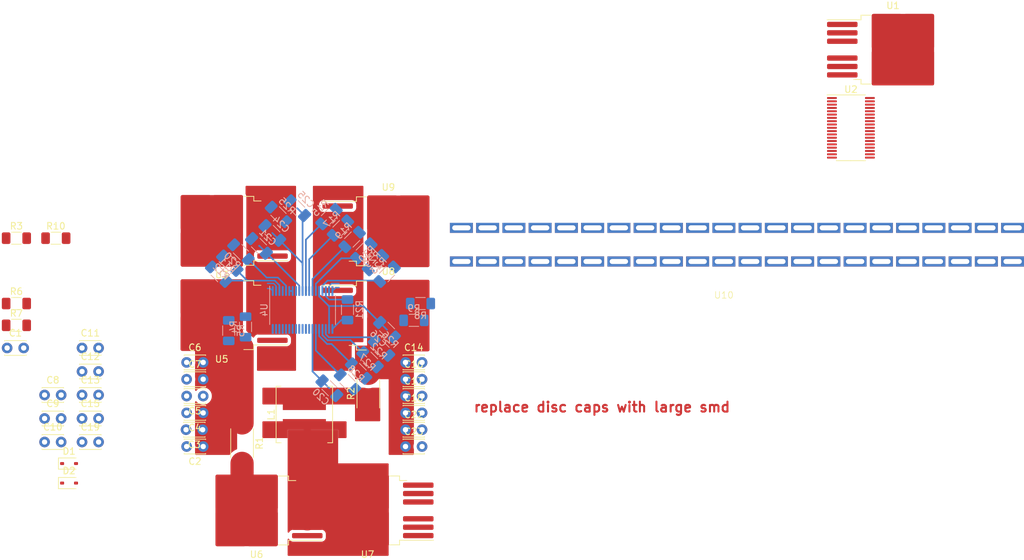
<source format=kicad_pcb>
(kicad_pcb (version 20221018) (generator pcbnew)
  (layers (0 "F.Cu" signal) (31 "B.Cu" signal) (34 "B.Paste" user) (35 "F.Paste" user) (36 "B.SilkS" user "B.Silkscreen") (37 "F.SilkS" user "F.Silkscreen") (38 "B.Mask" user) (39 "F.Mask" user) (44 "Edge.Cuts" user))
  (net 0 "")
  (net 1 "BUCK_INPUT")
  (net 2 "GND")
  (net 3 "/LT8228_BUCK/V1D")
  (net 4 "Net-(C8-Pad1)")
  (net 5 "/LT8228_BUCK/POST_RSNS1")
  (net 6 "/LT8228_BUCK/BST")
  (net 7 "/LT8228_BUCK/SW")
  (net 8 "/LT8228_BUCK/DRVCC")
  (net 9 "Net-(C12-Pad1)")
  (net 10 "/LT8228_BUCK/ISET1P")
  (net 11 "/LT8228_BUCK/ISET2P")
  (net 12 "/LT8228_BUCK/ISHARE")
  (net 13 "/LT8228_BUCK/TMR")
  (net 14 "/LT8228_BUCK/SS")
  (net 15 "/LT8228_BUCK/VC2")
  (net 16 "Net-(C24-Pad2)")
  (net 17 "/LT8228_BUCK/INTVCC")
  (net 18 "/LT8228_BUCK/DS1")
  (net 19 "/LT8228_BUCK/DG1")
  (net 20 "/LT8228_BUCK/PRE_RSNS2")
  (net 21 "/LT8228_BUCK/POST_RSNS2")
  (net 22 "/LT8228_BUCK/SNS1P")
  (net 23 "/LT8228_BUCK/SNS1N")
  (net 24 "/LT8228_BUCK/TG")
  (net 25 "Net-(R6-Pad2)")
  (net 26 "/LT8228_BUCK/BG")
  (net 27 "Net-(R7-Pad2)")
  (net 28 "/LT8228_BUCK/DG2")
  (net 29 "/LT8228_BUCK/UV1")
  (net 30 "/LT8228_BUCK/IMON2")
  (net 31 "/LT8228_BUCK/IMON1")
  (net 32 "/LT8228_BUCK/IGND")
  (net 33 "/LT8228_BUCK/SYNC")
  (net 34 "/LT8228_BUCK/RT")
  (net 36 "/LT8228_BUCK/DRXN")
  (net 38 "/LT8228_BUCK/~FAULT")
  (net 40 "/LT8228_BUCK/~REPORT")
  (net 41 "/LT8228_BUCK/FB2")
  (net 43 "Net-(U1-Pad2)")
  (net 45 "/LT8228_BOOST/SNS1P")
  (net 46 "/LT8228_BOOST/SNS1N")
  (net 47 "/LT8228_BOOST/UV1")
  (net 48 "/LT8228_BOOST/FB1")
  (net 49 "/LT8228_BOOST/IMON1")
  (net 50 "/LT8228_BOOST/ISET1N")
  (net 51 "/LT8228_BOOST/ISET2N")
  (net 52 "/LT8228_BOOST/VC1")
  (net 53 "/LT8228_BOOST/SS")
  (net 54 "/LT8228_BOOST/VC2")
  (net 55 "/LT8228_BOOST/ISET1P")
  (net 56 "/LT8228_BOOST/ISET2P")
  (net 57 "/LT8228_BOOST/IMON2")
  (net 58 "/LT8228_BOOST/FB2")
  (net 59 "/LT8228_BOOST/UV2")
  (net 60 "/LT8228_BOOST/RT")
  (net 61 "/LT8228_BOOST/ISHARE")
  (net 62 "/LT8228_BOOST/SNS2P")
  (net 63 "/LT8228_BOOST/SNS2N")
  (net 64 "/LT8228_BOOST/IGND")
  (net 65 "/LT8228_BOOST/INTVCC")
  (net 66 "/LT8228_BOOST/DRXN")
  (net 67 "/LT8228_BOOST/SYNC")
  (net 68 "/LT8228_BOOST/~FAULT")
  (net 69 "/LT8228_BOOST/~REPORT")
  (net 70 "/LT8228_BOOST/TMR")
  (net 71 "/LT8228_BOOST/BG")
  (net 72 "/LT8228_BOOST/DRVCC")
  (net 73 "/LT8228_BOOST/BIAS")
  (net 74 "/LT8228_BOOST/SW")
  (net 75 "/LT8228_BOOST/TG")
  (net 76 "/LT8228_BOOST/BST")
  (net 77 "/LT8228_BOOST/ENABLE")
  (net 78 "/LT8228_BOOST/DS2")
  (net 79 "/LT8228_BOOST/DG2")
  (net 80 "/LT8228_BOOST/V1D")
  (net 81 "/LT8228_BOOST/DS1")
  (net 82 "/LT8228_BOOST/DG1")
  (net 83 "/LT8228_BUCK/VC1")
  (net 84 "/LT8228_BUCK/SNS2P")
  (net 85 "/LT8228_BUCK/SNS2N")
  (net 86 "/LT8228_BUCK/BIAS")
  (net 87 "/LT8228_BUCK/ENABLE")
  (net 88 "/LT8228_BUCK/DS2")
  (net 89 "BUCK_OUTPUT")
  (footprint "Resistor_SMD:R_2512_6332Metric_Pad1.40x3.35mm_HandSolder" (layer "F.Cu") (at 58.528 67.056 -90)
    (fp_text reference "R1")
    (fp_text value "R")
  )
  (footprint "Capacitor_THT:C_Disc_D3.0mm_W2.0mm_P2.50mm" (layer "F.Cu") (at 28.735 66.884)
    (fp_text reference "C10")
    (fp_text value "C")
  )
  (footprint "Resistor_SMD:R_1206_3216Metric_Pad1.30x1.75mm_HandSolder" (layer "F.Cu") (at 24.485 49.264)
    (fp_text reference "R7")
    (fp_text value "R")
  )
  (footprint "Package_TO_SOT_SMD:TO-263-6" (layer "F.Cu") (at 60.717 77.216 180)
    (fp_text reference "U6")
    (fp_text value "~")
  )
  (footprint "Capacitor_THT:C_Disc_D3.0mm_W2.0mm_P2.50mm" (layer "F.Cu") (at 28.735 59.784)
    (fp_text reference "C8")
    (fp_text value "C")
  )
  (footprint "Capacitor_THT:C_Disc_D3.0mm_W2.0mm_P2.50mm" (layer "F.Cu") (at 52.665 59.944 180)
    (fp_text reference "C5")
    (fp_text value "C")
  )
  (footprint "Package_TO_SOT_SMD:TO-263-6" (layer "F.Cu") (at 55.472312 34.99934 180)
    (fp_text reference "U3")
    (fp_text value "~")
  )
  (footprint "Capacitor_THT:C_Disc_D3.0mm_W2.0mm_P2.50mm" (layer "F.Cu") (at 83.185 65.024)
    (fp_text reference "C22")
    (fp_text value "C")
  )
  (footprint "Package_TO_SOT_SMD:TO-263-6" (layer "F.Cu") (at 77.46216 77.20649 180)
    (fp_text reference "U7")
    (fp_text value "~")
  )
  (footprint "AudioJacks:50-44A-30" (layer "F.Cu") (at 91.615 44.704)
    (fp_text reference "U10")
    (fp_text value "~")
  )
  (footprint "Capacitor_THT:C_Disc_D3.0mm_W2.0mm_P2.50mm" (layer "F.Cu") (at 50.165 54.864)
    (fp_text reference "C6")
    (fp_text value "C")
  )
  (footprint "Resistor_SMD:R_1206_3216Metric_Pad1.30x1.75mm_HandSolder" (layer "F.Cu") (at 24.485 36.104)
    (fp_text reference "R3")
    (fp_text value "R")
  )
  (footprint "Capacitor_THT:C_Disc_D3.0mm_W2.0mm_P2.50mm" (layer "F.Cu") (at 34.385 52.684)
    (fp_text reference "C11")
    (fp_text value "C")
  )
  (footprint "Package_TO_SOT_SMD:TO-263-6" (layer "F.Cu") (at 80.602045 47.788444)
    (fp_text reference "U8")
    (fp_text value "~")
  )
  (footprint "Capacitor_THT:C_Disc_D3.0mm_W2.0mm_P2.50mm" (layer "F.Cu") (at 83.185 59.944)
    (fp_text reference "C17")
    (fp_text value "C")
  )
  (footprint "Capacitor_THT:C_Disc_D3.0mm_W2.0mm_P2.50mm" (layer "F.Cu") (at 83.185 67.564)
    (fp_text reference "C23")
    (fp_text value "C")
  )
  (footprint "Capacitor_THT:C_Disc_D3.0mm_W2.0mm_P2.50mm" (layer "F.Cu") (at 83.185 62.484)
    (fp_text reference "C18")
    (fp_text value "C")
  )
  (footprint "Capacitor_THT:C_Disc_D3.0mm_W2.0mm_P2.50mm" (layer "F.Cu") (at 83.185 57.404)
    (fp_text reference "C16")
    (fp_text value "C")
  )
  (footprint "Package_TO_SOT_SMD:TO-263-6" (layer "F.Cu") (at 55.45581 47.719885 180)
    (fp_text reference "U5")
    (fp_text value "~")
  )
  (footprint "Capacitor_THT:C_Disc_D3.0mm_W2.0mm_P2.50mm" (layer "F.Cu") (at 34.385 63.334)
    (fp_text reference "C15")
    (fp_text value "C")
  )
  (footprint "Diode_SMD:D_SOD-323" (layer "F.Cu") (at 32.43 70.134)
    (fp_text reference "D1")
    (fp_text value "D_TVS")
  )
  (footprint "Capacitor_THT:C_Disc_D3.0mm_W2.0mm_P2.50mm" (layer "F.Cu") (at 50.165 57.404)
    (fp_text reference "C7")
    (fp_text value "C")
  )
  (footprint "Diode_SMD:D_SOD-323" (layer "F.Cu") (at 32.43 73.084)
    (fp_text reference "D2")
    (fp_text value "D")
  )
  (footprint "Capacitor_THT:C_Disc_D3.0mm_W2.0mm_P2.50mm" (layer "F.Cu") (at 52.665 67.564 180)
    (fp_text reference "C2")
    (fp_text value "C")
  )
  (footprint "Capacitor_THT:C_Disc_D3.0mm_W2.0mm_P2.50mm" (layer "F.Cu") (at 34.385 66.884)
    (fp_text reference "C19")
    (fp_text value "C")
  )
  (footprint "Package_SO:TSSOP-38_4.4x9.7mm_P0.5mm" (layer "F.Cu") (at 150.38 19.439)
    (fp_text reference "U2")
    (fp_text value "~")
  )
  (footprint "Capacitor_THT:C_Disc_D3.0mm_W2.0mm_P2.50mm" (layer "F.Cu") (at 23.085 52.684)
    (fp_text reference "C1")
    (fp_text value "C")
  )
  (footprint "Capacitor_THT:C_Disc_D3.0mm_W2.0mm_P2.50mm" (layer "F.Cu") (at 34.385 59.784)
    (fp_text reference "C13")
    (fp_text value "C")
  )
  (footprint "Capacitor_THT:C_Disc_D3.0mm_W2.0mm_P2.50mm" (layer "F.Cu") (at 83.185 54.864)
    (fp_text reference "C14")
    (fp_text value "C")
  )
  (footprint "Resistor_SMD:R_1206_3216Metric_Pad1.30x1.75mm_HandSolder" (layer "F.Cu") (at 30.435 36.104)
    (fp_text reference "R10")
    (fp_text value "R")
  )
  (footprint "Capacitor_THT:C_Disc_D3.0mm_W2.0mm_P2.50mm" (layer "F.Cu") (at 52.665 62.484 180)
    (fp_text reference "C4")
    (fp_text value "C")
  )
  (footprint "Capacitor_THT:C_Disc_D3.0mm_W2.0mm_P2.50mm" (layer "F.Cu") (at 28.735 63.334)
    (fp_text reference "C9")
    (fp_text value "C")
  )
  (footprint "Resistor_SMD:R_1206_3216Metric_Pad1.30x1.75mm_HandSolder" (layer "F.Cu") (at 24.485 45.974)
    (fp_text reference "R6")
    (fp_text value "R")
  )
  (footprint "Inductor_SMD:L_Coilcraft_XAL7030-472" (layer "F.Cu") (at 67.926 62.738 90)
    (fp_text reference "L1")
    (fp_text value "L")
  )
  (footprint "Capacitor_THT:C_Disc_D3.0mm_W2.0mm_P2.50mm" (layer "F.Cu") (at 34.385 56.234)
    (fp_text reference "C12")
    (fp_text value "C")
  )
  (footprint "Resistor_SMD:R_2512_6332Metric_Pad1.40x3.35mm_HandSolder" (layer "F.Cu") (at 77.578 59.563 90)
    (fp_text reference "R2")
    (fp_text value "R")
  )
  (footprint "Package_TO_SOT_SMD:TO-263-6" (layer "F.Cu") (at 156.73 7.639)
    (fp_text reference "U1")
    (fp_text value "~")
  )
  (footprint "Capacitor_THT:C_Disc_D3.0mm_W2.0mm_P2.50mm" (layer "F.Cu") (at 52.577 65.024 180)
    (fp_text reference "C3")
    (fp_text value "C")
  )
  (footprint "Package_TO_SOT_SMD:TO-263-6" (layer "F.Cu") (at 80.602045 35.063509)
    (fp_text reference "U9")
    (fp_text value "~")
  )
  (footprint "Capacitor_SMD:C_1206_3216Metric_Pad1.33x1.80mm_HandSolder" (layer "B.Cu") (at 66.858024 31.57842 135)
    (fp_text reference "C25")
    (fp_text value "C")
  )
  (footprint "Resistor_SMD:R_1206_3216Metric_Pad1.30x1.75mm_HandSolder" (layer "B.Cu") (at 79.572997 52.725123 135)
    (fp_text reference "R26")
    (fp_text value "R")
  )
  (footprint "Resistor_SMD:R_1206_3216Metric_Pad1.30x1.75mm_HandSolder" (layer "B.Cu") (at 58.357731 38.198856 -45)
    (fp_text reference "R20")
    (fp_text value "R")
  )
  (footprint "Capacitor_SMD:C_1206_3216Metric_Pad1.33x1.80mm_HandSolder" (layer "B.Cu") (at 80.397796 49.933844 -45)
    (fp_text reference "C26")
    (fp_text value "C")
  )
  (footprint "Resistor_SMD:R_1206_3216Metric_Pad1.30x1.75mm_HandSolder" (layer "B.Cu") (at 77.840919 54.457201 135)
    (fp_text reference "R22")
    (fp_text value "R")
  )
  (footprint "Resistor_SMD:R_1206_3216Metric_Pad1.30x1.75mm_HandSolder" (layer "B.Cu") (at 56.515 50.064 90)
    (fp_text reference "R5")
    (fp_text value "R")
  )
  (footprint "Resistor_SMD:R_1206_3216Metric_Pad1.30x1.75mm_HandSolder" (layer "B.Cu") (at 76.893078 38.039345 45)
    (fp_text reference "R29")
    (fp_text value "R")
  )
  (footprint "Resistor_SMD:R_1206_3216Metric_Pad1.30x1.75mm_HandSolder" (layer "B.Cu") (at 84.455 48.514 180)
    (fp_text reference "R9")
    (fp_text value "R")
  )
  (footprint "Package_SO:TSSOP-38_4.4x9.7mm_P0.5mm" (layer "B.Cu") (at 67.657796 46.944111 -90)
    (fp_text reference "U4")
    (fp_text value "~")
  )
  (footprint "Resistor_SMD:R_1206_3216Metric_Pad1.30x1.75mm_HandSolder" (layer "B.Cu") (at 74.43175 46.924037 90)
    (fp_text reference "R21")
    (fp_text value "R")
  )
  (footprint "Resistor_SMD:R_1206_3216Metric_Pad1.30x1.75mm_HandSolder" (layer "B.Cu") (at 54.997796 41.541611 135)
    (fp_text reference "R11")
    (fp_text value "R")
  )
  (footprint "Resistor_SMD:R_1206_3216Metric_Pad1.30x1.75mm_HandSolder" (layer "B.Cu") (at 71.641858 32.843111 -135)
    (fp_text reference "R15")
    (fp_text value "R")
  )
  (footprint "Capacitor_SMD:C_1206_3216Metric_Pad1.33x1.80mm_HandSolder" (layer "B.Cu") (at 71.701717 58.765453 -45)
    (fp_text reference "C20")
    (fp_text value "C")
  )
  (footprint "Resistor_SMD:R_1206_3216Metric_Pad1.30x1.75mm_HandSolder" (layer "B.Cu") (at 74.43175 57.838877 135)
    (fp_text reference "R28")
    (fp_text value "R")
  )
  (footprint "Resistor_SMD:R_1206_3216Metric_Pad1.30x1.75mm_HandSolder" (layer "B.Cu") (at 78.652649 39.798916 -135)
    (fp_text reference "R30")
    (fp_text value "R")
  )
  (footprint "Resistor_SMD:R_1206_3216Metric_Pad1.30x1.75mm_HandSolder" (layer "B.Cu") (at 80.397796 41.541611 -135)
    (fp_text reference "R23")
    (fp_text value "R")
  )
  (footprint "Capacitor_SMD:C_1206_3216Metric_Pad1.33x1.80mm_HandSolder" (layer "B.Cu") (at 63.091442 35.317508 135)
    (fp_text reference "C24")
    (fp_text value "C")
  )
  (footprint "Resistor_SMD:R_1206_3216Metric_Pad1.30x1.75mm_HandSolder" (layer "B.Cu") (at 56.675905 39.881396 -45)
    (fp_text reference "R12")
    (fp_text value "R")
  )
  (footprint "Resistor_SMD:R_1206_3216Metric_Pad1.30x1.75mm_HandSolder" (layer "B.Cu") (at 64.022498 32.509476 135)
    (fp_text reference "R25")
    (fp_text value "R")
  )
  (footprint "Resistor_SMD:R_1206_3216Metric_Pad1.30x1.75mm_HandSolder" (layer "B.Cu") (at 59.055 49.504 -90)
    (fp_text reference "R4")
    (fp_text value "R")
  )
  (footprint "Resistor_SMD:R_1206_3216Metric_Pad1.30x1.75mm_HandSolder" (layer "B.Cu") (at 85.445 45.974)
    (fp_text reference "R8")
    (fp_text value "R")
  )
  (footprint "Resistor_SMD:R_1206_3216Metric_Pad1.30x1.75mm_HandSolder" (layer "B.Cu") (at 76.108841 56.161785 135)
    (fp_text reference "R27")
    (fp_text value "R")
  )
  (footprint "Capacitor_SMD:C_1206_3216Metric_Pad1.33x1.80mm_HandSolder" (layer "B.Cu") (at 61.084431 37.269533 135)
    (fp_text reference "C21")
    (fp_text value "C")
  )
  (footprint "Resistor_SMD:R_1206_3216Metric_Pad1.30x1.75mm_HandSolder" (layer "B.Cu") (at 75.133507 36.307267 -135)
    (fp_text reference "R19")
    (fp_text value "R")
  )
  (footprint "Resistor_SMD:R_1206_3216Metric_Pad1.30x1.75mm_HandSolder" (layer "B.Cu") (at 73.373936 34.575189 -135)
    (fp_text reference "R17")
    (fp_text value "R")
  )
  (gr_text "replace disc caps with large smd\n" (at 93.345 62.484) (layer "F.Cu") (effects (font (size 1.5 1.5) (thickness 0.3) bold) (justify left bottom)))
  (segment (start 66.157796 44.081611) (end 65.657796 44.081611) (width 0.25) (layer "B.Cu") (net 2))
  (segment (start 58.528 52.642075) (end 58.528 64.006) (width 3.5) (layer "F.Cu") (net 3))
  (segment (start 56.38081 50.494885) (end 58.528 52.642075) (width 3.5) (layer "F.Cu") (net 3))
  (segment (start 58.528 70.106) (end 58.528 72.705) (width 3.5) (layer "F.Cu") (net 5))
  (segment (start 58.528 72.705) (end 56.792 74.441) (width 3.5) (layer "F.Cu") (net 5))
  (segment (start 68.367 73.406) (end 68.367 66.716) (width 3.5) (layer "F.Cu") (net 7))
  (segment (start 68.367 78.486) (end 68.367 74.676) (width 3.5) (layer "F.Cu") (net 7))
  (segment (start 68.157796 44.081611) (end 68.157796 36.327173) (width 0.25) (layer "B.Cu") (net 10))
  (segment (start 68.157796 36.327173) (end 70.545842 33.939127) (width 0.25) (layer "B.Cu") (net 10))
  (segment (start 68.657796 39.291329) (end 72.27792 35.671205) (width 0.25) (layer "B.Cu") (net 11))
  (segment (start 68.657796 44.081611) (end 68.657796 39.291329) (width 0.25) (layer "B.Cu") (net 11))
  (segment (start 71.157796 44.081611) (end 71.157796 44.884796) (width 0.25) (layer "B.Cu") (net 12))
  (segment (start 71.647037 45.374037) (end 74.43175 45.374037) (width 0.25) (layer "B.Cu") (net 12))
  (segment (start 71.157796 44.884796) (end 71.647037 45.374037) (width 0.25) (layer "B.Cu") (net 12))
  (segment (start 69.157796 56.221532) (end 71.701717 58.765453) (width 0.25) (layer "B.Cu") (net 13))
  (segment (start 69.157796 49.806611) (end 69.157796 56.221532) (width 0.25) (layer "B.Cu") (net 13))
  (segment (start 67.157796 44.081611) (end 67.157796 43.278426) (width 0.25) (layer "B.Cu") (net 14))
  (segment (start 67.157796 43.278426) (end 61.148903 37.269533) (width 0.25) (layer "B.Cu") (net 14))
  (segment (start 61.148903 37.269533) (end 61.084431 37.269533) (width 0.25) (layer "B.Cu") (net 14))
  (segment (start 67.657796 39.883862) (end 63.091442 35.317508) (width 0.25) (layer "B.Cu") (net 15))
  (segment (start 67.657796 32.378192) (end 66.858024 31.57842) (width 0.25) (layer "B.Cu") (net 15))
  (segment (start 67.657796 44.081611) (end 67.657796 40.144611) (width 0.25) (layer "B.Cu") (net 15))
  (segment (start 67.657796 40.144611) (end 67.657796 32.378192) (width 0.25) (layer "B.Cu") (net 15))
  (segment (start 67.657796 40.144611) (end 67.657796 39.883862) (width 0.25) (layer "B.Cu") (net 15))
  (segment (start 70.157796 44.884796) (end 70.157796 44.081611) (width 0.25) (layer "B.Cu") (net 17))
  (segment (start 71.622036 46.349037) (end 76.812989 46.349037) (width 0.25) (layer "B.Cu") (net 17))
  (segment (start 71.574203 46.301204) (end 70.157796 44.884796) (width 0.25) (layer "B.Cu") (net 17))
  (segment (start 71.657796 46.384796) (end 71.574203 46.301204) (width 0.25) (layer "B.Cu") (net 17))
  (segment (start 71.574203 46.301204) (end 71.622036 46.349037) (width 0.25) (layer "B.Cu") (net 17))
  (segment (start 76.812989 46.349037) (end 80.397796 49.933844) (width 0.25) (layer "B.Cu") (net 17))
  (segment (start 71.657796 49.806611) (end 71.657796 46.384796) (width 0.25) (layer "B.Cu") (net 17))
  (segment (start 79.677045 53.291955) (end 79.677045 53.102181) (width 3.5) (layer "F.Cu") (net 21))
  (segment (start 77.578 55.391) (end 79.677045 53.291955) (width 3.5) (layer "F.Cu") (net 21))
  (segment (start 79.677045 53.102181) (end 79.415563 52.840699) (width 3.5) (layer "F.Cu") (net 21))
  (segment (start 77.578 56.513) (end 77.578 55.391) (width 3.5) (layer "F.Cu") (net 21))
  (segment (start 63.157796 44.081611) (end 62.776796 43.700611) (width 0.2) (layer "B.Cu") (net 22))
  (segment (start 62.776796 43.700611) (end 62.363796 43.700611) (width 0.2) (layer "B.Cu") (net 22))
  (segment (start 63.282626 42.938611) (end 62.363796 42.938611) (width 0.2) (layer "B.Cu") (net 23))
  (segment (start 63.657796 44.081611) (end 63.657796 43.313781) (width 0.2) (layer "B.Cu") (net 23))
  (segment (start 63.657796 43.313781) (end 63.282626 42.938611) (width 0.2) (layer "B.Cu") (net 23))
  (segment (start 59.30812 42.513611) (end 59.315796 42.513611) (width 0.25) (layer "B.Cu") (net 29))
  (segment (start 59.315796 42.513611) (end 56.217828 42.513611) (width 0.25) (layer "B.Cu") (net 29))
  (segment (start 56.217828 42.513611) (end 56.093812 42.637627) (width 0.25) (layer "B.Cu") (net 29))
  (segment (start 64.157796 43.212741) (end 63.458666 42.513611) (width 0.25) (layer "B.Cu") (net 29))
  (segment (start 64.157796 44.081611) (end 64.157796 43.212741) (width 0.25) (layer "B.Cu") (net 29))
  (segment (start 57.771921 40.977412) (end 59.30812 42.513611) (width 0.25) (layer "B.Cu") (net 29))
  (segment (start 63.458666 42.513611) (end 59.315796 42.513611) (width 0.25) (layer "B.Cu") (net 29))
  (segment (start 69.157796 44.081611) (end 69.157796 42.282978) (width 0.25) (layer "B.Cu") (net 30))
  (segment (start 69.157796 42.282978) (end 74.037491 37.403283) (width 0.25) (layer "B.Cu") (net 30))
  (segment (start 62.236796 42.049611) (end 59.482057 39.294872) (width 0.25) (layer "B.Cu") (net 31))
  (segment (start 65.157796 44.081611) (end 65.157796 43.278426) (width 0.25) (layer "B.Cu") (net 31))
  (segment (start 65.157796 43.278426) (end 63.928981 42.049611) (width 0.25) (layer "B.Cu") (net 31))
  (segment (start 59.482057 39.294872) (end 59.453747 39.294872) (width 0.25) (layer "B.Cu") (net 31))
  (segment (start 63.928981 42.049611) (end 62.236796 42.049611) (width 0.25) (layer "B.Cu") (net 31))
  (segment (start 72.157796 49.806611) (end 73.49037 48.474037) (width 0.25) (layer "B.Cu") (net 32))
  (segment (start 73.49037 48.474037) (end 74.43175 48.474037) (width 0.25) (layer "B.Cu") (net 32))
  (segment (start 71.428215 51.516611) (end 74.900329 51.516611) (width 0.25) (layer "B.Cu") (net 33))
  (segment (start 70.657796 50.746192) (end 71.428215 51.516611) (width 0.25) (layer "B.Cu") (net 33))
  (segment (start 74.900329 51.516611) (end 76.744903 53.361185) (width 0.25) (layer "B.Cu") (net 33))
  (segment (start 70.657796 49.806611) (end 70.657796 50.746192) (width 0.25) (layer "B.Cu") (net 33))
  (segment (start 71.422611 42.513611) (end 79.177764 42.513611) (width 0.25) (layer "B.Cu") (net 34))
  (segment (start 70.657796 44.081611) (end 70.657796 43.278426) (width 0.25) (layer "B.Cu") (net 34))
  (segment (start 79.177764 42.513611) (end 79.30178 42.637627) (width 0.25) (layer "B.Cu") (net 34))
  (segment (start 70.657796 43.278426) (end 71.422611 42.513611) (width 0.25) (layer "B.Cu") (net 34))
  (segment (start 71.157796 49.806611) (end 71.157796 50.609796) (width 0.25) (layer "B.Cu") (net 36))
  (segment (start 77.914485 51.066611) (end 78.476981 51.629107) (width 0.25) (layer "B.Cu") (net 36))
  (segment (start 71.157796 50.609796) (end 71.614611 51.066611) (width 0.25) (layer "B.Cu") (net 36))
  (segment (start 71.614611 51.066611) (end 77.914485 51.066611) (width 0.25) (layer "B.Cu") (net 36))
  (segment (start 70.157796 49.806611) (end 70.157796 50.882588) (width 0.25) (layer "B.Cu") (net 38))
  (segment (start 72.029667 52.082611) (end 75.012825 55.065769) (width 0.25) (layer "B.Cu") (net 38))
  (segment (start 70.157796 50.882588) (end 71.357819 52.082611) (width 0.25) (layer "B.Cu") (net 38))
  (segment (start 71.357819 52.082611) (end 72.029667 52.082611) (width 0.25) (layer "B.Cu") (net 38))
  (segment (start 69.657796 53.064923) (end 73.335734 56.742861) (width 0.25) (layer "B.Cu") (net 40))
  (segment (start 69.657796 49.806611) (end 69.657796 53.064923) (width 0.25) (layer "B.Cu") (net 40))
  (segment (start 69.657796 44.081611) (end 69.657796 42.991204) (width 0.25) (layer "B.Cu") (net 41))
  (segment (start 75.787486 39.144937) (end 75.797062 39.135361) (width 0.25) (layer "B.Cu") (net 41))
  (segment (start 73.504063 39.144937) (end 75.787486 39.144937) (width 0.25) (layer "B.Cu") (net 41))
  (segment (start 69.657796 42.991204) (end 73.504063 39.144937) (width 0.25) (layer "B.Cu") (net 41))
  (segment (start 71.657796 43.313781) (end 72.032966 42.938611) (width 0.2) (layer "B.Cu") (net 84))
  (segment (start 72.032966 42.938611) (end 73.158796 42.938611) (width 0.2) (layer "B.Cu") (net 84))
  (segment (start 71.657796 44.081611) (end 71.657796 43.313781) (width 0.2) (layer "B.Cu") (net 84))
  (segment (start 72.665796 43.573611) (end 73.158796 43.573611) (width 0.2) (layer "B.Cu") (net 85))
  (segment (start 72.157796 44.081611) (end 72.665796 43.573611) (width 0.2) (layer "B.Cu") (net 85))
  (zone (net 88) (net_name "/LT8228_BUCK/DS2") (layer "F.Cu") (connect_pads yes (clearance 0.5)) (min_thickness 0.25) (fill yes (thermal_gap 0.5) (thermal_bridge_width 0.5))
    (polygon (pts (xy 76.835 28.194) (xy 69.215 28.194) (xy 69.215 56.134) (xy 76.835 56.134)))
  )
  (zone (net 21) (net_name "/LT8228_BUCK/POST_RSNS2") (layer "F.Cu") (priority 4) (connect_pads yes (clearance 0.5)) (min_thickness 0.25) (fill yes (thermal_gap 0.5) (thermal_bridge_width 0.5))
    (polygon (pts (xy 84.455 52.324) (xy 75.565 52.324) (xy 75.565 57.404) (xy 80.645 57.404) (xy 80.645 68.834) (xy 84.455 68.834)))
  )
  (zone (net 3) (net_name "/LT8228_BUCK/V1D") (layer "F.Cu") (priority 3) (connect_pads yes (clearance 0.5)) (min_thickness 0.25) (fill yes (thermal_gap 0.5) (thermal_bridge_width 0.5))
    (polygon (pts (xy 57.785 51.054) (xy 57.785 68.834) (xy 51.435 68.834) (xy 51.435 51.054)))
  )
  (zone (net 7) (net_name "/LT8228_BUCK/SW") (layer "F.Cu") (priority 5) (connect_pads yes (clearance 0.5)) (min_thickness 0.25) (fill yes (thermal_gap 0.5) (thermal_bridge_width 0.5))
    (polygon (pts (xy 65.405 65.024) (xy 65.405 84.074) (xy 80.645 84.074) (xy 80.645 70.104) (xy 73.025 70.104) (xy 73.025 65.024)))
  )
  (zone (net 7) (net_name "/LT8228_BUCK/SW") (layer "F.Cu") (priority 1) (connect_pads yes (clearance 0.5)) (min_thickness 0.25) (fill yes (thermal_gap 0.5) (thermal_bridge_width 0.5))
    (polygon (pts (xy 61.595 63.754) (xy 74.295 63.754) (xy 74.295 66.294) (xy 61.595 66.294)))
  )
  (zone (net 18) (net_name "/LT8228_BUCK/DS1") (layer "F.Cu") (connect_pads yes (clearance 0.5)) (min_thickness 0.25) (fill yes (thermal_gap 0.5) (thermal_bridge_width 0.5))
    (polygon (pts (xy 66.675 28.194) (xy 59.055 28.194) (xy 59.055 56.134) (xy 66.675 56.134)))
  )
  (zone (net 20) (net_name "/LT8228_BUCK/PRE_RSNS2") (layer "F.Cu") (priority 2) (connect_pads yes (clearance 0.5)) (min_thickness 0.25) (fill yes (thermal_gap 0.5) (thermal_bridge_width 0.5))
    (polygon (pts (xy 61.595 61.214) (xy 75.565 61.214) (xy 75.565 63.754) (xy 79.375 63.754) (xy 79.375 58.674) (xy 61.595 58.674)))
  )
)
</source>
